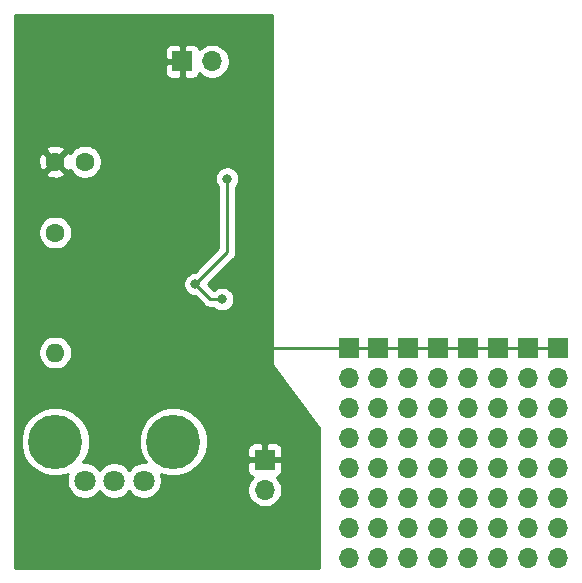
<source format=gbr>
%TF.GenerationSoftware,KiCad,Pcbnew,(5.1.9)-1*%
%TF.CreationDate,2021-08-17T19:58:34-04:00*%
%TF.ProjectId,555-Timer-Soldering-Demo,3535352d-5469-46d6-9572-2d536f6c6465,rev?*%
%TF.SameCoordinates,Original*%
%TF.FileFunction,Copper,L2,Bot*%
%TF.FilePolarity,Positive*%
%FSLAX46Y46*%
G04 Gerber Fmt 4.6, Leading zero omitted, Abs format (unit mm)*
G04 Created by KiCad (PCBNEW (5.1.9)-1) date 2021-08-17 19:58:34*
%MOMM*%
%LPD*%
G01*
G04 APERTURE LIST*
%TA.AperFunction,ComponentPad*%
%ADD10R,1.700000X1.700000*%
%TD*%
%TA.AperFunction,ComponentPad*%
%ADD11O,1.700000X1.700000*%
%TD*%
%TA.AperFunction,ComponentPad*%
%ADD12O,1.600000X1.600000*%
%TD*%
%TA.AperFunction,ComponentPad*%
%ADD13C,1.600000*%
%TD*%
%TA.AperFunction,ComponentPad*%
%ADD14C,4.600000*%
%TD*%
%TA.AperFunction,ComponentPad*%
%ADD15C,1.800000*%
%TD*%
%TA.AperFunction,ViaPad*%
%ADD16C,0.800000*%
%TD*%
%TA.AperFunction,Conductor*%
%ADD17C,0.254000*%
%TD*%
%TA.AperFunction,Conductor*%
%ADD18C,0.250000*%
%TD*%
%TA.AperFunction,Conductor*%
%ADD19C,0.100000*%
%TD*%
G04 APERTURE END LIST*
D10*
%TO.P,JX1,1*%
%TO.N,GND*%
X129900000Y-79750000D03*
D11*
%TO.P,JX1,2*%
%TO.N,Net-(JX1-Pad2)*%
X129900000Y-82290000D03*
%TO.P,JX1,3*%
%TO.N,Net-(JX1-Pad3)*%
X129900000Y-84830000D03*
%TO.P,JX1,4*%
%TO.N,Net-(JX1-Pad4)*%
X129900000Y-87370000D03*
%TO.P,JX1,5*%
%TO.N,Net-(JX1-Pad5)*%
X129900000Y-89910000D03*
%TO.P,JX1,6*%
%TO.N,Net-(JX1-Pad6)*%
X129900000Y-92450000D03*
%TO.P,JX1,7*%
%TO.N,Net-(JX1-Pad7)*%
X129900000Y-94990000D03*
%TO.P,JX1,8*%
%TO.N,N/C*%
X129900000Y-97530000D03*
%TD*%
D10*
%TO.P,JX3,1*%
%TO.N,GND*%
X134910000Y-79750000D03*
D11*
%TO.P,JX3,2*%
%TO.N,Net-(JX3-Pad2)*%
X134910000Y-82290000D03*
%TO.P,JX3,3*%
%TO.N,Net-(JX3-Pad3)*%
X134910000Y-84830000D03*
%TO.P,JX3,4*%
%TO.N,Net-(JX3-Pad4)*%
X134910000Y-87370000D03*
%TO.P,JX3,5*%
%TO.N,Net-(JX3-Pad5)*%
X134910000Y-89910000D03*
%TO.P,JX3,6*%
%TO.N,Net-(JX3-Pad6)*%
X134910000Y-92450000D03*
%TO.P,JX3,7*%
%TO.N,Net-(JX3-Pad7)*%
X134910000Y-94990000D03*
%TO.P,JX3,8*%
%TO.N,N/C*%
X134910000Y-97530000D03*
%TD*%
D10*
%TO.P,JX2,1*%
%TO.N,GND*%
X132370000Y-79750000D03*
D11*
%TO.P,JX2,2*%
%TO.N,Net-(JX2-Pad2)*%
X132370000Y-82290000D03*
%TO.P,JX2,3*%
%TO.N,Net-(JX2-Pad3)*%
X132370000Y-84830000D03*
%TO.P,JX2,4*%
%TO.N,Net-(JX2-Pad4)*%
X132370000Y-87370000D03*
%TO.P,JX2,5*%
%TO.N,Net-(JX2-Pad5)*%
X132370000Y-89910000D03*
%TO.P,JX2,6*%
%TO.N,Net-(JX2-Pad6)*%
X132370000Y-92450000D03*
%TO.P,JX2,7*%
%TO.N,Net-(JX2-Pad7)*%
X132370000Y-94990000D03*
%TO.P,JX2,8*%
%TO.N,N/C*%
X132370000Y-97530000D03*
%TD*%
D10*
%TO.P,JX8,1*%
%TO.N,GND*%
X147610000Y-79750000D03*
D11*
%TO.P,JX8,2*%
%TO.N,Net-(JX8-Pad2)*%
X147610000Y-82290000D03*
%TO.P,JX8,3*%
%TO.N,Net-(JX8-Pad3)*%
X147610000Y-84830000D03*
%TO.P,JX8,4*%
%TO.N,Net-(JX8-Pad4)*%
X147610000Y-87370000D03*
%TO.P,JX8,5*%
%TO.N,Net-(JX8-Pad5)*%
X147610000Y-89910000D03*
%TO.P,JX8,6*%
%TO.N,Net-(JX8-Pad6)*%
X147610000Y-92450000D03*
%TO.P,JX8,7*%
%TO.N,Net-(JX8-Pad7)*%
X147610000Y-94990000D03*
%TO.P,JX8,8*%
%TO.N,N/C*%
X147610000Y-97530000D03*
%TD*%
D10*
%TO.P,JX7,1*%
%TO.N,GND*%
X145070000Y-79750000D03*
D11*
%TO.P,JX7,2*%
%TO.N,Net-(JX7-Pad2)*%
X145070000Y-82290000D03*
%TO.P,JX7,3*%
%TO.N,Net-(JX7-Pad3)*%
X145070000Y-84830000D03*
%TO.P,JX7,4*%
%TO.N,Net-(JX7-Pad4)*%
X145070000Y-87370000D03*
%TO.P,JX7,5*%
%TO.N,Net-(JX7-Pad5)*%
X145070000Y-89910000D03*
%TO.P,JX7,6*%
%TO.N,Net-(JX7-Pad6)*%
X145070000Y-92450000D03*
%TO.P,JX7,7*%
%TO.N,Net-(JX7-Pad7)*%
X145070000Y-94990000D03*
%TO.P,JX7,8*%
%TO.N,N/C*%
X145070000Y-97530000D03*
%TD*%
D10*
%TO.P,JX6,1*%
%TO.N,GND*%
X142530000Y-79750000D03*
D11*
%TO.P,JX6,2*%
%TO.N,Net-(JX6-Pad2)*%
X142530000Y-82290000D03*
%TO.P,JX6,3*%
%TO.N,Net-(JX6-Pad3)*%
X142530000Y-84830000D03*
%TO.P,JX6,4*%
%TO.N,Net-(JX6-Pad4)*%
X142530000Y-87370000D03*
%TO.P,JX6,5*%
%TO.N,Net-(JX6-Pad5)*%
X142530000Y-89910000D03*
%TO.P,JX6,6*%
%TO.N,Net-(JX6-Pad6)*%
X142530000Y-92450000D03*
%TO.P,JX6,7*%
%TO.N,Net-(JX6-Pad7)*%
X142530000Y-94990000D03*
%TO.P,JX6,8*%
%TO.N,N/C*%
X142530000Y-97530000D03*
%TD*%
D10*
%TO.P,JX5,1*%
%TO.N,GND*%
X139990000Y-79750000D03*
D11*
%TO.P,JX5,2*%
%TO.N,Net-(JX5-Pad2)*%
X139990000Y-82290000D03*
%TO.P,JX5,3*%
%TO.N,Net-(JX5-Pad3)*%
X139990000Y-84830000D03*
%TO.P,JX5,4*%
%TO.N,Net-(JX5-Pad4)*%
X139990000Y-87370000D03*
%TO.P,JX5,5*%
%TO.N,Net-(JX5-Pad5)*%
X139990000Y-89910000D03*
%TO.P,JX5,6*%
%TO.N,Net-(JX5-Pad6)*%
X139990000Y-92450000D03*
%TO.P,JX5,7*%
%TO.N,Net-(JX5-Pad7)*%
X139990000Y-94990000D03*
%TO.P,JX5,8*%
%TO.N,N/C*%
X139990000Y-97530000D03*
%TD*%
D10*
%TO.P,JX4,1*%
%TO.N,GND*%
X137450000Y-79750000D03*
D11*
%TO.P,JX4,2*%
%TO.N,Net-(JX4-Pad2)*%
X137450000Y-82290000D03*
%TO.P,JX4,3*%
%TO.N,Net-(JX4-Pad3)*%
X137450000Y-84830000D03*
%TO.P,JX4,4*%
%TO.N,Net-(JX4-Pad4)*%
X137450000Y-87370000D03*
%TO.P,JX4,5*%
%TO.N,Net-(JX4-Pad5)*%
X137450000Y-89910000D03*
%TO.P,JX4,6*%
%TO.N,Net-(JX4-Pad6)*%
X137450000Y-92450000D03*
%TO.P,JX4,7*%
%TO.N,Net-(JX4-Pad7)*%
X137450000Y-94990000D03*
%TO.P,JX4,8*%
%TO.N,N/C*%
X137450000Y-97530000D03*
%TD*%
%TO.P,J2,2*%
%TO.N,/Output*%
X122750000Y-91790000D03*
D10*
%TO.P,J2,1*%
%TO.N,GND*%
X122750000Y-89250000D03*
%TD*%
D11*
%TO.P,J1,2*%
%TO.N,/VCC*%
X118290000Y-55500000D03*
D10*
%TO.P,J1,1*%
%TO.N,GND*%
X115750000Y-55500000D03*
%TD*%
D12*
%TO.P,R1,2*%
%TO.N,Net-(R1-Pad2)*%
X105000000Y-80160000D03*
D13*
%TO.P,R1,1*%
%TO.N,Trigger*%
X105000000Y-70000000D03*
%TD*%
D14*
%TO.P,RV1,*%
%TO.N,*%
X105000000Y-87700000D03*
X115000000Y-87700000D03*
D15*
%TO.P,RV1,1*%
%TO.N,Net-(R1-Pad2)*%
X107500000Y-91000000D03*
%TO.P,RV1,2*%
%TO.N,/Output*%
X110000000Y-91000000D03*
%TO.P,RV1,3*%
%TO.N,Net-(RV1-Pad3)*%
X112500000Y-91000000D03*
%TD*%
D13*
%TO.P,C1,2*%
%TO.N,GND*%
X105000000Y-64000000D03*
%TO.P,C1,1*%
%TO.N,Net-(C1-Pad1)*%
X107500000Y-64000000D03*
%TD*%
D16*
%TO.N,GND*%
X116437500Y-65437500D03*
X114000000Y-71570000D03*
%TO.N,Trigger*%
X116865000Y-74365000D03*
X119135000Y-75635000D03*
X119562500Y-65437500D03*
%TD*%
D17*
%TO.N,GND*%
X147610000Y-79750000D02*
X129750000Y-79750000D01*
X129750000Y-79750000D02*
X123250000Y-79750000D01*
D18*
%TO.N,Trigger*%
X118135000Y-75635000D02*
X116865000Y-74365000D01*
X119135000Y-75635000D02*
X118135000Y-75635000D01*
X119562500Y-71667500D02*
X116865000Y-74365000D01*
X119562500Y-65437500D02*
X119562500Y-71667500D01*
%TD*%
D17*
%TO.N,GND*%
X123373000Y-81250000D02*
X123375440Y-81274776D01*
X123382667Y-81298601D01*
X123398980Y-81326967D01*
X127373000Y-86542868D01*
X127373000Y-98373000D01*
X101627000Y-98373000D01*
X101627000Y-87410928D01*
X102065000Y-87410928D01*
X102065000Y-87989072D01*
X102177791Y-88556108D01*
X102399037Y-89090244D01*
X102720237Y-89570953D01*
X103129047Y-89979763D01*
X103609756Y-90300963D01*
X104143892Y-90522209D01*
X104710928Y-90635000D01*
X105289072Y-90635000D01*
X105856108Y-90522209D01*
X106073783Y-90432045D01*
X106023989Y-90552257D01*
X105965000Y-90848816D01*
X105965000Y-91151184D01*
X106023989Y-91447743D01*
X106139701Y-91727095D01*
X106307688Y-91978505D01*
X106521495Y-92192312D01*
X106772905Y-92360299D01*
X107052257Y-92476011D01*
X107348816Y-92535000D01*
X107651184Y-92535000D01*
X107947743Y-92476011D01*
X108227095Y-92360299D01*
X108478505Y-92192312D01*
X108692312Y-91978505D01*
X108750000Y-91892169D01*
X108807688Y-91978505D01*
X109021495Y-92192312D01*
X109272905Y-92360299D01*
X109552257Y-92476011D01*
X109848816Y-92535000D01*
X110151184Y-92535000D01*
X110447743Y-92476011D01*
X110727095Y-92360299D01*
X110978505Y-92192312D01*
X111192312Y-91978505D01*
X111250000Y-91892169D01*
X111307688Y-91978505D01*
X111521495Y-92192312D01*
X111772905Y-92360299D01*
X112052257Y-92476011D01*
X112348816Y-92535000D01*
X112651184Y-92535000D01*
X112947743Y-92476011D01*
X113227095Y-92360299D01*
X113478505Y-92192312D01*
X113692312Y-91978505D01*
X113860299Y-91727095D01*
X113976011Y-91447743D01*
X114035000Y-91151184D01*
X114035000Y-90848816D01*
X113976011Y-90552257D01*
X113926217Y-90432045D01*
X114143892Y-90522209D01*
X114710928Y-90635000D01*
X115289072Y-90635000D01*
X115856108Y-90522209D01*
X116390244Y-90300963D01*
X116691005Y-90100000D01*
X121261928Y-90100000D01*
X121274188Y-90224482D01*
X121310498Y-90344180D01*
X121369463Y-90454494D01*
X121448815Y-90551185D01*
X121545506Y-90630537D01*
X121655820Y-90689502D01*
X121728380Y-90711513D01*
X121596525Y-90843368D01*
X121434010Y-91086589D01*
X121322068Y-91356842D01*
X121265000Y-91643740D01*
X121265000Y-91936260D01*
X121322068Y-92223158D01*
X121434010Y-92493411D01*
X121596525Y-92736632D01*
X121803368Y-92943475D01*
X122046589Y-93105990D01*
X122316842Y-93217932D01*
X122603740Y-93275000D01*
X122896260Y-93275000D01*
X123183158Y-93217932D01*
X123453411Y-93105990D01*
X123696632Y-92943475D01*
X123903475Y-92736632D01*
X124065990Y-92493411D01*
X124177932Y-92223158D01*
X124235000Y-91936260D01*
X124235000Y-91643740D01*
X124177932Y-91356842D01*
X124065990Y-91086589D01*
X123903475Y-90843368D01*
X123771620Y-90711513D01*
X123844180Y-90689502D01*
X123954494Y-90630537D01*
X124051185Y-90551185D01*
X124130537Y-90454494D01*
X124189502Y-90344180D01*
X124225812Y-90224482D01*
X124238072Y-90100000D01*
X124235000Y-89535750D01*
X124076250Y-89377000D01*
X122877000Y-89377000D01*
X122877000Y-89397000D01*
X122623000Y-89397000D01*
X122623000Y-89377000D01*
X121423750Y-89377000D01*
X121265000Y-89535750D01*
X121261928Y-90100000D01*
X116691005Y-90100000D01*
X116870953Y-89979763D01*
X117279763Y-89570953D01*
X117600963Y-89090244D01*
X117822209Y-88556108D01*
X117853260Y-88400000D01*
X121261928Y-88400000D01*
X121265000Y-88964250D01*
X121423750Y-89123000D01*
X122623000Y-89123000D01*
X122623000Y-87923750D01*
X122877000Y-87923750D01*
X122877000Y-89123000D01*
X124076250Y-89123000D01*
X124235000Y-88964250D01*
X124238072Y-88400000D01*
X124225812Y-88275518D01*
X124189502Y-88155820D01*
X124130537Y-88045506D01*
X124051185Y-87948815D01*
X123954494Y-87869463D01*
X123844180Y-87810498D01*
X123724482Y-87774188D01*
X123600000Y-87761928D01*
X123035750Y-87765000D01*
X122877000Y-87923750D01*
X122623000Y-87923750D01*
X122464250Y-87765000D01*
X121900000Y-87761928D01*
X121775518Y-87774188D01*
X121655820Y-87810498D01*
X121545506Y-87869463D01*
X121448815Y-87948815D01*
X121369463Y-88045506D01*
X121310498Y-88155820D01*
X121274188Y-88275518D01*
X121261928Y-88400000D01*
X117853260Y-88400000D01*
X117935000Y-87989072D01*
X117935000Y-87410928D01*
X117822209Y-86843892D01*
X117600963Y-86309756D01*
X117279763Y-85829047D01*
X116870953Y-85420237D01*
X116390244Y-85099037D01*
X115856108Y-84877791D01*
X115289072Y-84765000D01*
X114710928Y-84765000D01*
X114143892Y-84877791D01*
X113609756Y-85099037D01*
X113129047Y-85420237D01*
X112720237Y-85829047D01*
X112399037Y-86309756D01*
X112177791Y-86843892D01*
X112065000Y-87410928D01*
X112065000Y-87989072D01*
X112177791Y-88556108D01*
X112399037Y-89090244D01*
X112649441Y-89465000D01*
X112348816Y-89465000D01*
X112052257Y-89523989D01*
X111772905Y-89639701D01*
X111521495Y-89807688D01*
X111307688Y-90021495D01*
X111250000Y-90107831D01*
X111192312Y-90021495D01*
X110978505Y-89807688D01*
X110727095Y-89639701D01*
X110447743Y-89523989D01*
X110151184Y-89465000D01*
X109848816Y-89465000D01*
X109552257Y-89523989D01*
X109272905Y-89639701D01*
X109021495Y-89807688D01*
X108807688Y-90021495D01*
X108750000Y-90107831D01*
X108692312Y-90021495D01*
X108478505Y-89807688D01*
X108227095Y-89639701D01*
X107947743Y-89523989D01*
X107651184Y-89465000D01*
X107350559Y-89465000D01*
X107600963Y-89090244D01*
X107822209Y-88556108D01*
X107935000Y-87989072D01*
X107935000Y-87410928D01*
X107822209Y-86843892D01*
X107600963Y-86309756D01*
X107279763Y-85829047D01*
X106870953Y-85420237D01*
X106390244Y-85099037D01*
X105856108Y-84877791D01*
X105289072Y-84765000D01*
X104710928Y-84765000D01*
X104143892Y-84877791D01*
X103609756Y-85099037D01*
X103129047Y-85420237D01*
X102720237Y-85829047D01*
X102399037Y-86309756D01*
X102177791Y-86843892D01*
X102065000Y-87410928D01*
X101627000Y-87410928D01*
X101627000Y-80018665D01*
X103565000Y-80018665D01*
X103565000Y-80301335D01*
X103620147Y-80578574D01*
X103728320Y-80839727D01*
X103885363Y-81074759D01*
X104085241Y-81274637D01*
X104320273Y-81431680D01*
X104581426Y-81539853D01*
X104858665Y-81595000D01*
X105141335Y-81595000D01*
X105418574Y-81539853D01*
X105679727Y-81431680D01*
X105914759Y-81274637D01*
X106114637Y-81074759D01*
X106271680Y-80839727D01*
X106379853Y-80578574D01*
X106435000Y-80301335D01*
X106435000Y-80018665D01*
X106379853Y-79741426D01*
X106271680Y-79480273D01*
X106114637Y-79245241D01*
X105914759Y-79045363D01*
X105679727Y-78888320D01*
X105418574Y-78780147D01*
X105141335Y-78725000D01*
X104858665Y-78725000D01*
X104581426Y-78780147D01*
X104320273Y-78888320D01*
X104085241Y-79045363D01*
X103885363Y-79245241D01*
X103728320Y-79480273D01*
X103620147Y-79741426D01*
X103565000Y-80018665D01*
X101627000Y-80018665D01*
X101627000Y-74263061D01*
X115830000Y-74263061D01*
X115830000Y-74466939D01*
X115869774Y-74666898D01*
X115947795Y-74855256D01*
X116061063Y-75024774D01*
X116205226Y-75168937D01*
X116374744Y-75282205D01*
X116563102Y-75360226D01*
X116763061Y-75400000D01*
X116825199Y-75400000D01*
X117571201Y-76146003D01*
X117594999Y-76175001D01*
X117710724Y-76269974D01*
X117842753Y-76340546D01*
X117986014Y-76384003D01*
X118097667Y-76395000D01*
X118097676Y-76395000D01*
X118134999Y-76398676D01*
X118172322Y-76395000D01*
X118431289Y-76395000D01*
X118475226Y-76438937D01*
X118644744Y-76552205D01*
X118833102Y-76630226D01*
X119033061Y-76670000D01*
X119236939Y-76670000D01*
X119436898Y-76630226D01*
X119625256Y-76552205D01*
X119794774Y-76438937D01*
X119938937Y-76294774D01*
X120052205Y-76125256D01*
X120130226Y-75936898D01*
X120170000Y-75736939D01*
X120170000Y-75533061D01*
X120130226Y-75333102D01*
X120052205Y-75144744D01*
X119938937Y-74975226D01*
X119794774Y-74831063D01*
X119625256Y-74717795D01*
X119436898Y-74639774D01*
X119236939Y-74600000D01*
X119033061Y-74600000D01*
X118833102Y-74639774D01*
X118644744Y-74717795D01*
X118475226Y-74831063D01*
X118440545Y-74865744D01*
X117939801Y-74365000D01*
X120073503Y-72231299D01*
X120102501Y-72207501D01*
X120128832Y-72175417D01*
X120197474Y-72091777D01*
X120268046Y-71959747D01*
X120311503Y-71816486D01*
X120322500Y-71704833D01*
X120322500Y-71704824D01*
X120326176Y-71667501D01*
X120322500Y-71630178D01*
X120322500Y-66141211D01*
X120366437Y-66097274D01*
X120479705Y-65927756D01*
X120557726Y-65739398D01*
X120597500Y-65539439D01*
X120597500Y-65335561D01*
X120557726Y-65135602D01*
X120479705Y-64947244D01*
X120366437Y-64777726D01*
X120222274Y-64633563D01*
X120052756Y-64520295D01*
X119864398Y-64442274D01*
X119664439Y-64402500D01*
X119460561Y-64402500D01*
X119260602Y-64442274D01*
X119072244Y-64520295D01*
X118902726Y-64633563D01*
X118758563Y-64777726D01*
X118645295Y-64947244D01*
X118567274Y-65135602D01*
X118527500Y-65335561D01*
X118527500Y-65539439D01*
X118567274Y-65739398D01*
X118645295Y-65927756D01*
X118758563Y-66097274D01*
X118802500Y-66141211D01*
X118802501Y-71352697D01*
X116825199Y-73330000D01*
X116763061Y-73330000D01*
X116563102Y-73369774D01*
X116374744Y-73447795D01*
X116205226Y-73561063D01*
X116061063Y-73705226D01*
X115947795Y-73874744D01*
X115869774Y-74063102D01*
X115830000Y-74263061D01*
X101627000Y-74263061D01*
X101627000Y-69858665D01*
X103565000Y-69858665D01*
X103565000Y-70141335D01*
X103620147Y-70418574D01*
X103728320Y-70679727D01*
X103885363Y-70914759D01*
X104085241Y-71114637D01*
X104320273Y-71271680D01*
X104581426Y-71379853D01*
X104858665Y-71435000D01*
X105141335Y-71435000D01*
X105418574Y-71379853D01*
X105679727Y-71271680D01*
X105914759Y-71114637D01*
X106114637Y-70914759D01*
X106271680Y-70679727D01*
X106379853Y-70418574D01*
X106435000Y-70141335D01*
X106435000Y-69858665D01*
X106379853Y-69581426D01*
X106271680Y-69320273D01*
X106114637Y-69085241D01*
X105914759Y-68885363D01*
X105679727Y-68728320D01*
X105418574Y-68620147D01*
X105141335Y-68565000D01*
X104858665Y-68565000D01*
X104581426Y-68620147D01*
X104320273Y-68728320D01*
X104085241Y-68885363D01*
X103885363Y-69085241D01*
X103728320Y-69320273D01*
X103620147Y-69581426D01*
X103565000Y-69858665D01*
X101627000Y-69858665D01*
X101627000Y-64992702D01*
X104186903Y-64992702D01*
X104258486Y-65236671D01*
X104513996Y-65357571D01*
X104788184Y-65426300D01*
X105070512Y-65440217D01*
X105350130Y-65398787D01*
X105616292Y-65303603D01*
X105741514Y-65236671D01*
X105813097Y-64992702D01*
X105000000Y-64179605D01*
X104186903Y-64992702D01*
X101627000Y-64992702D01*
X101627000Y-64070512D01*
X103559783Y-64070512D01*
X103601213Y-64350130D01*
X103696397Y-64616292D01*
X103763329Y-64741514D01*
X104007298Y-64813097D01*
X104820395Y-64000000D01*
X105179605Y-64000000D01*
X105992702Y-64813097D01*
X106236671Y-64741514D01*
X106250324Y-64712659D01*
X106385363Y-64914759D01*
X106585241Y-65114637D01*
X106820273Y-65271680D01*
X107081426Y-65379853D01*
X107358665Y-65435000D01*
X107641335Y-65435000D01*
X107918574Y-65379853D01*
X108179727Y-65271680D01*
X108414759Y-65114637D01*
X108614637Y-64914759D01*
X108771680Y-64679727D01*
X108879853Y-64418574D01*
X108935000Y-64141335D01*
X108935000Y-63858665D01*
X108879853Y-63581426D01*
X108771680Y-63320273D01*
X108614637Y-63085241D01*
X108414759Y-62885363D01*
X108179727Y-62728320D01*
X107918574Y-62620147D01*
X107641335Y-62565000D01*
X107358665Y-62565000D01*
X107081426Y-62620147D01*
X106820273Y-62728320D01*
X106585241Y-62885363D01*
X106385363Y-63085241D01*
X106251308Y-63285869D01*
X106236671Y-63258486D01*
X105992702Y-63186903D01*
X105179605Y-64000000D01*
X104820395Y-64000000D01*
X104007298Y-63186903D01*
X103763329Y-63258486D01*
X103642429Y-63513996D01*
X103573700Y-63788184D01*
X103559783Y-64070512D01*
X101627000Y-64070512D01*
X101627000Y-63007298D01*
X104186903Y-63007298D01*
X105000000Y-63820395D01*
X105813097Y-63007298D01*
X105741514Y-62763329D01*
X105486004Y-62642429D01*
X105211816Y-62573700D01*
X104929488Y-62559783D01*
X104649870Y-62601213D01*
X104383708Y-62696397D01*
X104258486Y-62763329D01*
X104186903Y-63007298D01*
X101627000Y-63007298D01*
X101627000Y-56350000D01*
X114261928Y-56350000D01*
X114274188Y-56474482D01*
X114310498Y-56594180D01*
X114369463Y-56704494D01*
X114448815Y-56801185D01*
X114545506Y-56880537D01*
X114655820Y-56939502D01*
X114775518Y-56975812D01*
X114900000Y-56988072D01*
X115464250Y-56985000D01*
X115623000Y-56826250D01*
X115623000Y-55627000D01*
X114423750Y-55627000D01*
X114265000Y-55785750D01*
X114261928Y-56350000D01*
X101627000Y-56350000D01*
X101627000Y-54650000D01*
X114261928Y-54650000D01*
X114265000Y-55214250D01*
X114423750Y-55373000D01*
X115623000Y-55373000D01*
X115623000Y-54173750D01*
X115877000Y-54173750D01*
X115877000Y-55373000D01*
X115897000Y-55373000D01*
X115897000Y-55627000D01*
X115877000Y-55627000D01*
X115877000Y-56826250D01*
X116035750Y-56985000D01*
X116600000Y-56988072D01*
X116724482Y-56975812D01*
X116844180Y-56939502D01*
X116954494Y-56880537D01*
X117051185Y-56801185D01*
X117130537Y-56704494D01*
X117189502Y-56594180D01*
X117211513Y-56521620D01*
X117343368Y-56653475D01*
X117586589Y-56815990D01*
X117856842Y-56927932D01*
X118143740Y-56985000D01*
X118436260Y-56985000D01*
X118723158Y-56927932D01*
X118993411Y-56815990D01*
X119236632Y-56653475D01*
X119443475Y-56446632D01*
X119605990Y-56203411D01*
X119717932Y-55933158D01*
X119775000Y-55646260D01*
X119775000Y-55353740D01*
X119717932Y-55066842D01*
X119605990Y-54796589D01*
X119443475Y-54553368D01*
X119236632Y-54346525D01*
X118993411Y-54184010D01*
X118723158Y-54072068D01*
X118436260Y-54015000D01*
X118143740Y-54015000D01*
X117856842Y-54072068D01*
X117586589Y-54184010D01*
X117343368Y-54346525D01*
X117211513Y-54478380D01*
X117189502Y-54405820D01*
X117130537Y-54295506D01*
X117051185Y-54198815D01*
X116954494Y-54119463D01*
X116844180Y-54060498D01*
X116724482Y-54024188D01*
X116600000Y-54011928D01*
X116035750Y-54015000D01*
X115877000Y-54173750D01*
X115623000Y-54173750D01*
X115464250Y-54015000D01*
X114900000Y-54011928D01*
X114775518Y-54024188D01*
X114655820Y-54060498D01*
X114545506Y-54119463D01*
X114448815Y-54198815D01*
X114369463Y-54295506D01*
X114310498Y-54405820D01*
X114274188Y-54525518D01*
X114261928Y-54650000D01*
X101627000Y-54650000D01*
X101627000Y-51627000D01*
X123373000Y-51627000D01*
X123373000Y-81250000D01*
%TA.AperFunction,Conductor*%
D19*
G36*
X123373000Y-81250000D02*
G01*
X123375440Y-81274776D01*
X123382667Y-81298601D01*
X123398980Y-81326967D01*
X127373000Y-86542868D01*
X127373000Y-98373000D01*
X101627000Y-98373000D01*
X101627000Y-87410928D01*
X102065000Y-87410928D01*
X102065000Y-87989072D01*
X102177791Y-88556108D01*
X102399037Y-89090244D01*
X102720237Y-89570953D01*
X103129047Y-89979763D01*
X103609756Y-90300963D01*
X104143892Y-90522209D01*
X104710928Y-90635000D01*
X105289072Y-90635000D01*
X105856108Y-90522209D01*
X106073783Y-90432045D01*
X106023989Y-90552257D01*
X105965000Y-90848816D01*
X105965000Y-91151184D01*
X106023989Y-91447743D01*
X106139701Y-91727095D01*
X106307688Y-91978505D01*
X106521495Y-92192312D01*
X106772905Y-92360299D01*
X107052257Y-92476011D01*
X107348816Y-92535000D01*
X107651184Y-92535000D01*
X107947743Y-92476011D01*
X108227095Y-92360299D01*
X108478505Y-92192312D01*
X108692312Y-91978505D01*
X108750000Y-91892169D01*
X108807688Y-91978505D01*
X109021495Y-92192312D01*
X109272905Y-92360299D01*
X109552257Y-92476011D01*
X109848816Y-92535000D01*
X110151184Y-92535000D01*
X110447743Y-92476011D01*
X110727095Y-92360299D01*
X110978505Y-92192312D01*
X111192312Y-91978505D01*
X111250000Y-91892169D01*
X111307688Y-91978505D01*
X111521495Y-92192312D01*
X111772905Y-92360299D01*
X112052257Y-92476011D01*
X112348816Y-92535000D01*
X112651184Y-92535000D01*
X112947743Y-92476011D01*
X113227095Y-92360299D01*
X113478505Y-92192312D01*
X113692312Y-91978505D01*
X113860299Y-91727095D01*
X113976011Y-91447743D01*
X114035000Y-91151184D01*
X114035000Y-90848816D01*
X113976011Y-90552257D01*
X113926217Y-90432045D01*
X114143892Y-90522209D01*
X114710928Y-90635000D01*
X115289072Y-90635000D01*
X115856108Y-90522209D01*
X116390244Y-90300963D01*
X116691005Y-90100000D01*
X121261928Y-90100000D01*
X121274188Y-90224482D01*
X121310498Y-90344180D01*
X121369463Y-90454494D01*
X121448815Y-90551185D01*
X121545506Y-90630537D01*
X121655820Y-90689502D01*
X121728380Y-90711513D01*
X121596525Y-90843368D01*
X121434010Y-91086589D01*
X121322068Y-91356842D01*
X121265000Y-91643740D01*
X121265000Y-91936260D01*
X121322068Y-92223158D01*
X121434010Y-92493411D01*
X121596525Y-92736632D01*
X121803368Y-92943475D01*
X122046589Y-93105990D01*
X122316842Y-93217932D01*
X122603740Y-93275000D01*
X122896260Y-93275000D01*
X123183158Y-93217932D01*
X123453411Y-93105990D01*
X123696632Y-92943475D01*
X123903475Y-92736632D01*
X124065990Y-92493411D01*
X124177932Y-92223158D01*
X124235000Y-91936260D01*
X124235000Y-91643740D01*
X124177932Y-91356842D01*
X124065990Y-91086589D01*
X123903475Y-90843368D01*
X123771620Y-90711513D01*
X123844180Y-90689502D01*
X123954494Y-90630537D01*
X124051185Y-90551185D01*
X124130537Y-90454494D01*
X124189502Y-90344180D01*
X124225812Y-90224482D01*
X124238072Y-90100000D01*
X124235000Y-89535750D01*
X124076250Y-89377000D01*
X122877000Y-89377000D01*
X122877000Y-89397000D01*
X122623000Y-89397000D01*
X122623000Y-89377000D01*
X121423750Y-89377000D01*
X121265000Y-89535750D01*
X121261928Y-90100000D01*
X116691005Y-90100000D01*
X116870953Y-89979763D01*
X117279763Y-89570953D01*
X117600963Y-89090244D01*
X117822209Y-88556108D01*
X117853260Y-88400000D01*
X121261928Y-88400000D01*
X121265000Y-88964250D01*
X121423750Y-89123000D01*
X122623000Y-89123000D01*
X122623000Y-87923750D01*
X122877000Y-87923750D01*
X122877000Y-89123000D01*
X124076250Y-89123000D01*
X124235000Y-88964250D01*
X124238072Y-88400000D01*
X124225812Y-88275518D01*
X124189502Y-88155820D01*
X124130537Y-88045506D01*
X124051185Y-87948815D01*
X123954494Y-87869463D01*
X123844180Y-87810498D01*
X123724482Y-87774188D01*
X123600000Y-87761928D01*
X123035750Y-87765000D01*
X122877000Y-87923750D01*
X122623000Y-87923750D01*
X122464250Y-87765000D01*
X121900000Y-87761928D01*
X121775518Y-87774188D01*
X121655820Y-87810498D01*
X121545506Y-87869463D01*
X121448815Y-87948815D01*
X121369463Y-88045506D01*
X121310498Y-88155820D01*
X121274188Y-88275518D01*
X121261928Y-88400000D01*
X117853260Y-88400000D01*
X117935000Y-87989072D01*
X117935000Y-87410928D01*
X117822209Y-86843892D01*
X117600963Y-86309756D01*
X117279763Y-85829047D01*
X116870953Y-85420237D01*
X116390244Y-85099037D01*
X115856108Y-84877791D01*
X115289072Y-84765000D01*
X114710928Y-84765000D01*
X114143892Y-84877791D01*
X113609756Y-85099037D01*
X113129047Y-85420237D01*
X112720237Y-85829047D01*
X112399037Y-86309756D01*
X112177791Y-86843892D01*
X112065000Y-87410928D01*
X112065000Y-87989072D01*
X112177791Y-88556108D01*
X112399037Y-89090244D01*
X112649441Y-89465000D01*
X112348816Y-89465000D01*
X112052257Y-89523989D01*
X111772905Y-89639701D01*
X111521495Y-89807688D01*
X111307688Y-90021495D01*
X111250000Y-90107831D01*
X111192312Y-90021495D01*
X110978505Y-89807688D01*
X110727095Y-89639701D01*
X110447743Y-89523989D01*
X110151184Y-89465000D01*
X109848816Y-89465000D01*
X109552257Y-89523989D01*
X109272905Y-89639701D01*
X109021495Y-89807688D01*
X108807688Y-90021495D01*
X108750000Y-90107831D01*
X108692312Y-90021495D01*
X108478505Y-89807688D01*
X108227095Y-89639701D01*
X107947743Y-89523989D01*
X107651184Y-89465000D01*
X107350559Y-89465000D01*
X107600963Y-89090244D01*
X107822209Y-88556108D01*
X107935000Y-87989072D01*
X107935000Y-87410928D01*
X107822209Y-86843892D01*
X107600963Y-86309756D01*
X107279763Y-85829047D01*
X106870953Y-85420237D01*
X106390244Y-85099037D01*
X105856108Y-84877791D01*
X105289072Y-84765000D01*
X104710928Y-84765000D01*
X104143892Y-84877791D01*
X103609756Y-85099037D01*
X103129047Y-85420237D01*
X102720237Y-85829047D01*
X102399037Y-86309756D01*
X102177791Y-86843892D01*
X102065000Y-87410928D01*
X101627000Y-87410928D01*
X101627000Y-80018665D01*
X103565000Y-80018665D01*
X103565000Y-80301335D01*
X103620147Y-80578574D01*
X103728320Y-80839727D01*
X103885363Y-81074759D01*
X104085241Y-81274637D01*
X104320273Y-81431680D01*
X104581426Y-81539853D01*
X104858665Y-81595000D01*
X105141335Y-81595000D01*
X105418574Y-81539853D01*
X105679727Y-81431680D01*
X105914759Y-81274637D01*
X106114637Y-81074759D01*
X106271680Y-80839727D01*
X106379853Y-80578574D01*
X106435000Y-80301335D01*
X106435000Y-80018665D01*
X106379853Y-79741426D01*
X106271680Y-79480273D01*
X106114637Y-79245241D01*
X105914759Y-79045363D01*
X105679727Y-78888320D01*
X105418574Y-78780147D01*
X105141335Y-78725000D01*
X104858665Y-78725000D01*
X104581426Y-78780147D01*
X104320273Y-78888320D01*
X104085241Y-79045363D01*
X103885363Y-79245241D01*
X103728320Y-79480273D01*
X103620147Y-79741426D01*
X103565000Y-80018665D01*
X101627000Y-80018665D01*
X101627000Y-74263061D01*
X115830000Y-74263061D01*
X115830000Y-74466939D01*
X115869774Y-74666898D01*
X115947795Y-74855256D01*
X116061063Y-75024774D01*
X116205226Y-75168937D01*
X116374744Y-75282205D01*
X116563102Y-75360226D01*
X116763061Y-75400000D01*
X116825199Y-75400000D01*
X117571201Y-76146003D01*
X117594999Y-76175001D01*
X117710724Y-76269974D01*
X117842753Y-76340546D01*
X117986014Y-76384003D01*
X118097667Y-76395000D01*
X118097676Y-76395000D01*
X118134999Y-76398676D01*
X118172322Y-76395000D01*
X118431289Y-76395000D01*
X118475226Y-76438937D01*
X118644744Y-76552205D01*
X118833102Y-76630226D01*
X119033061Y-76670000D01*
X119236939Y-76670000D01*
X119436898Y-76630226D01*
X119625256Y-76552205D01*
X119794774Y-76438937D01*
X119938937Y-76294774D01*
X120052205Y-76125256D01*
X120130226Y-75936898D01*
X120170000Y-75736939D01*
X120170000Y-75533061D01*
X120130226Y-75333102D01*
X120052205Y-75144744D01*
X119938937Y-74975226D01*
X119794774Y-74831063D01*
X119625256Y-74717795D01*
X119436898Y-74639774D01*
X119236939Y-74600000D01*
X119033061Y-74600000D01*
X118833102Y-74639774D01*
X118644744Y-74717795D01*
X118475226Y-74831063D01*
X118440545Y-74865744D01*
X117939801Y-74365000D01*
X120073503Y-72231299D01*
X120102501Y-72207501D01*
X120128832Y-72175417D01*
X120197474Y-72091777D01*
X120268046Y-71959747D01*
X120311503Y-71816486D01*
X120322500Y-71704833D01*
X120322500Y-71704824D01*
X120326176Y-71667501D01*
X120322500Y-71630178D01*
X120322500Y-66141211D01*
X120366437Y-66097274D01*
X120479705Y-65927756D01*
X120557726Y-65739398D01*
X120597500Y-65539439D01*
X120597500Y-65335561D01*
X120557726Y-65135602D01*
X120479705Y-64947244D01*
X120366437Y-64777726D01*
X120222274Y-64633563D01*
X120052756Y-64520295D01*
X119864398Y-64442274D01*
X119664439Y-64402500D01*
X119460561Y-64402500D01*
X119260602Y-64442274D01*
X119072244Y-64520295D01*
X118902726Y-64633563D01*
X118758563Y-64777726D01*
X118645295Y-64947244D01*
X118567274Y-65135602D01*
X118527500Y-65335561D01*
X118527500Y-65539439D01*
X118567274Y-65739398D01*
X118645295Y-65927756D01*
X118758563Y-66097274D01*
X118802500Y-66141211D01*
X118802501Y-71352697D01*
X116825199Y-73330000D01*
X116763061Y-73330000D01*
X116563102Y-73369774D01*
X116374744Y-73447795D01*
X116205226Y-73561063D01*
X116061063Y-73705226D01*
X115947795Y-73874744D01*
X115869774Y-74063102D01*
X115830000Y-74263061D01*
X101627000Y-74263061D01*
X101627000Y-69858665D01*
X103565000Y-69858665D01*
X103565000Y-70141335D01*
X103620147Y-70418574D01*
X103728320Y-70679727D01*
X103885363Y-70914759D01*
X104085241Y-71114637D01*
X104320273Y-71271680D01*
X104581426Y-71379853D01*
X104858665Y-71435000D01*
X105141335Y-71435000D01*
X105418574Y-71379853D01*
X105679727Y-71271680D01*
X105914759Y-71114637D01*
X106114637Y-70914759D01*
X106271680Y-70679727D01*
X106379853Y-70418574D01*
X106435000Y-70141335D01*
X106435000Y-69858665D01*
X106379853Y-69581426D01*
X106271680Y-69320273D01*
X106114637Y-69085241D01*
X105914759Y-68885363D01*
X105679727Y-68728320D01*
X105418574Y-68620147D01*
X105141335Y-68565000D01*
X104858665Y-68565000D01*
X104581426Y-68620147D01*
X104320273Y-68728320D01*
X104085241Y-68885363D01*
X103885363Y-69085241D01*
X103728320Y-69320273D01*
X103620147Y-69581426D01*
X103565000Y-69858665D01*
X101627000Y-69858665D01*
X101627000Y-64992702D01*
X104186903Y-64992702D01*
X104258486Y-65236671D01*
X104513996Y-65357571D01*
X104788184Y-65426300D01*
X105070512Y-65440217D01*
X105350130Y-65398787D01*
X105616292Y-65303603D01*
X105741514Y-65236671D01*
X105813097Y-64992702D01*
X105000000Y-64179605D01*
X104186903Y-64992702D01*
X101627000Y-64992702D01*
X101627000Y-64070512D01*
X103559783Y-64070512D01*
X103601213Y-64350130D01*
X103696397Y-64616292D01*
X103763329Y-64741514D01*
X104007298Y-64813097D01*
X104820395Y-64000000D01*
X105179605Y-64000000D01*
X105992702Y-64813097D01*
X106236671Y-64741514D01*
X106250324Y-64712659D01*
X106385363Y-64914759D01*
X106585241Y-65114637D01*
X106820273Y-65271680D01*
X107081426Y-65379853D01*
X107358665Y-65435000D01*
X107641335Y-65435000D01*
X107918574Y-65379853D01*
X108179727Y-65271680D01*
X108414759Y-65114637D01*
X108614637Y-64914759D01*
X108771680Y-64679727D01*
X108879853Y-64418574D01*
X108935000Y-64141335D01*
X108935000Y-63858665D01*
X108879853Y-63581426D01*
X108771680Y-63320273D01*
X108614637Y-63085241D01*
X108414759Y-62885363D01*
X108179727Y-62728320D01*
X107918574Y-62620147D01*
X107641335Y-62565000D01*
X107358665Y-62565000D01*
X107081426Y-62620147D01*
X106820273Y-62728320D01*
X106585241Y-62885363D01*
X106385363Y-63085241D01*
X106251308Y-63285869D01*
X106236671Y-63258486D01*
X105992702Y-63186903D01*
X105179605Y-64000000D01*
X104820395Y-64000000D01*
X104007298Y-63186903D01*
X103763329Y-63258486D01*
X103642429Y-63513996D01*
X103573700Y-63788184D01*
X103559783Y-64070512D01*
X101627000Y-64070512D01*
X101627000Y-63007298D01*
X104186903Y-63007298D01*
X105000000Y-63820395D01*
X105813097Y-63007298D01*
X105741514Y-62763329D01*
X105486004Y-62642429D01*
X105211816Y-62573700D01*
X104929488Y-62559783D01*
X104649870Y-62601213D01*
X104383708Y-62696397D01*
X104258486Y-62763329D01*
X104186903Y-63007298D01*
X101627000Y-63007298D01*
X101627000Y-56350000D01*
X114261928Y-56350000D01*
X114274188Y-56474482D01*
X114310498Y-56594180D01*
X114369463Y-56704494D01*
X114448815Y-56801185D01*
X114545506Y-56880537D01*
X114655820Y-56939502D01*
X114775518Y-56975812D01*
X114900000Y-56988072D01*
X115464250Y-56985000D01*
X115623000Y-56826250D01*
X115623000Y-55627000D01*
X114423750Y-55627000D01*
X114265000Y-55785750D01*
X114261928Y-56350000D01*
X101627000Y-56350000D01*
X101627000Y-54650000D01*
X114261928Y-54650000D01*
X114265000Y-55214250D01*
X114423750Y-55373000D01*
X115623000Y-55373000D01*
X115623000Y-54173750D01*
X115877000Y-54173750D01*
X115877000Y-55373000D01*
X115897000Y-55373000D01*
X115897000Y-55627000D01*
X115877000Y-55627000D01*
X115877000Y-56826250D01*
X116035750Y-56985000D01*
X116600000Y-56988072D01*
X116724482Y-56975812D01*
X116844180Y-56939502D01*
X116954494Y-56880537D01*
X117051185Y-56801185D01*
X117130537Y-56704494D01*
X117189502Y-56594180D01*
X117211513Y-56521620D01*
X117343368Y-56653475D01*
X117586589Y-56815990D01*
X117856842Y-56927932D01*
X118143740Y-56985000D01*
X118436260Y-56985000D01*
X118723158Y-56927932D01*
X118993411Y-56815990D01*
X119236632Y-56653475D01*
X119443475Y-56446632D01*
X119605990Y-56203411D01*
X119717932Y-55933158D01*
X119775000Y-55646260D01*
X119775000Y-55353740D01*
X119717932Y-55066842D01*
X119605990Y-54796589D01*
X119443475Y-54553368D01*
X119236632Y-54346525D01*
X118993411Y-54184010D01*
X118723158Y-54072068D01*
X118436260Y-54015000D01*
X118143740Y-54015000D01*
X117856842Y-54072068D01*
X117586589Y-54184010D01*
X117343368Y-54346525D01*
X117211513Y-54478380D01*
X117189502Y-54405820D01*
X117130537Y-54295506D01*
X117051185Y-54198815D01*
X116954494Y-54119463D01*
X116844180Y-54060498D01*
X116724482Y-54024188D01*
X116600000Y-54011928D01*
X116035750Y-54015000D01*
X115877000Y-54173750D01*
X115623000Y-54173750D01*
X115464250Y-54015000D01*
X114900000Y-54011928D01*
X114775518Y-54024188D01*
X114655820Y-54060498D01*
X114545506Y-54119463D01*
X114448815Y-54198815D01*
X114369463Y-54295506D01*
X114310498Y-54405820D01*
X114274188Y-54525518D01*
X114261928Y-54650000D01*
X101627000Y-54650000D01*
X101627000Y-51627000D01*
X123373000Y-51627000D01*
X123373000Y-81250000D01*
G37*
%TD.AperFunction*%
%TD*%
M02*

</source>
